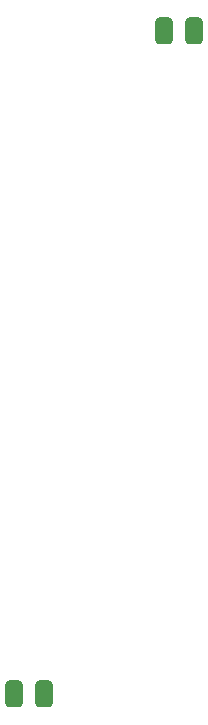
<source format=gbr>
%TF.GenerationSoftware,KiCad,Pcbnew,7.0.9+dfsg-1*%
%TF.CreationDate,2023-12-18T20:04:21+07:00*%
%TF.ProjectId,wifi,77696669-2e6b-4696-9361-645f70636258,rev?*%
%TF.SameCoordinates,Original*%
%TF.FileFunction,Paste,Bot*%
%TF.FilePolarity,Positive*%
%FSLAX46Y46*%
G04 Gerber Fmt 4.6, Leading zero omitted, Abs format (unit mm)*
G04 Created by KiCad (PCBNEW 7.0.9+dfsg-1) date 2023-12-18 20:04:21*
%MOMM*%
%LPD*%
G01*
G04 APERTURE LIST*
G04 Aperture macros list*
%AMRoundRect*
0 Rectangle with rounded corners*
0 $1 Rounding radius*
0 $2 $3 $4 $5 $6 $7 $8 $9 X,Y pos of 4 corners*
0 Add a 4 corners polygon primitive as box body*
4,1,4,$2,$3,$4,$5,$6,$7,$8,$9,$2,$3,0*
0 Add four circle primitives for the rounded corners*
1,1,$1+$1,$2,$3*
1,1,$1+$1,$4,$5*
1,1,$1+$1,$6,$7*
1,1,$1+$1,$8,$9*
0 Add four rect primitives between the rounded corners*
20,1,$1+$1,$2,$3,$4,$5,0*
20,1,$1+$1,$4,$5,$6,$7,0*
20,1,$1+$1,$6,$7,$8,$9,0*
20,1,$1+$1,$8,$9,$2,$3,0*%
G04 Aperture macros list end*
%ADD10RoundRect,0.381000X0.381000X-0.762000X0.381000X0.762000X-0.381000X0.762000X-0.381000X-0.762000X0*%
G04 APERTURE END LIST*
D10*
%TO.C,POWER IN*%
X161290000Y-79740000D03*
X158750000Y-79740000D03*
%TD*%
%TO.C,SEN*%
X148560000Y-135890000D03*
X146020000Y-135890000D03*
%TD*%
M02*

</source>
